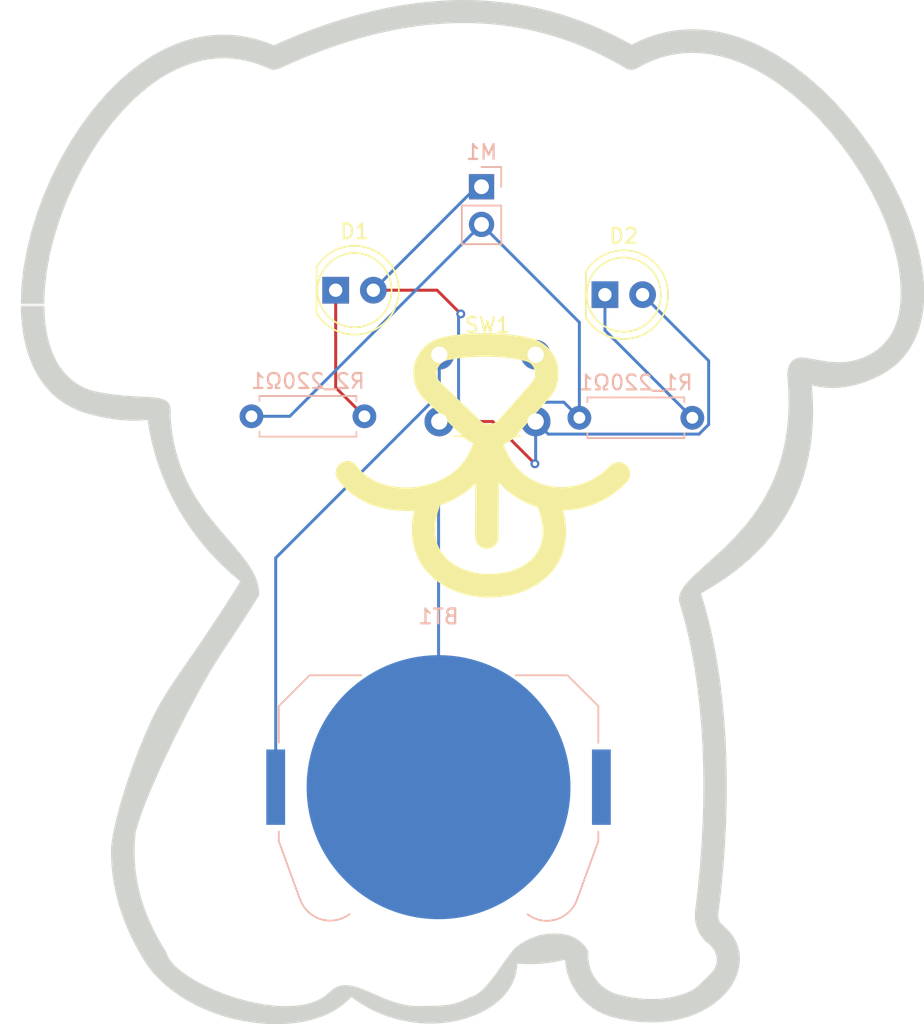
<source format=kicad_pcb>
(kicad_pcb (version 20240108) (generator "pcbnew") (generator_version "8.0")
  (layers (0 "F.Cu" signal) (31 "B.Cu" signal) (34 "B.Paste" user) (35 "F.Paste" user) (36 "B.SilkS" user "B.Silkscreen") (37 "F.SilkS" user "F.Silkscreen") (38 "B.Mask" user) (39 "F.Mask" user) (44 "Edge.Cuts" user))
  (net 0 "")
  (net 1 "Net-(BT1-+)")
  (net 2 "Net-(BT1--)")
  (net 3 "Net-(D1-A)")
  (net 4 "Net-(D1-K)")
  (net 5 "Net-(D2-K)")
  (footprint "LED_THT:LED_D5.0mm" (layer "F.Cu") (at 147.225 80.1)
    (property "Reference" "D2" (at 1.27 -3.96 0) (layer "F.SilkS"))
    (property "Value" "LED")
    (pad "1" thru_hole rect (at 0 0) (size 1.8 1.8) (drill 0.9) (layers "*.Cu" "*.Mask") (net 5 "Net-(D2-K)"))
    (pad "2" thru_hole circle (at 2.54 0) (size 1.8 1.8) (drill 0.9) (layers "*.Cu" "*.Mask") (net 3 "Net-(D1-A)"))
  )
  (footprint "LED_THT:LED_D5.0mm" (layer "F.Cu") (at 129.06 79.8)
    (property "Reference" "D1" (at 1.27 -3.96 0) (layer "F.SilkS"))
    (property "Value" "LED")
    (pad "1" thru_hole rect (at 0 0) (size 1.8 1.8) (drill 0.9) (layers "*.Cu" "*.Mask") (net 4 "Net-(D1-K)"))
    (pad "2" thru_hole circle (at 2.54 0) (size 1.8 1.8) (drill 0.9) (layers "*.Cu" "*.Mask") (net 3 "Net-(D1-A)"))
  )
  (footprint "Button_Switch_THT:SW_PUSH_6mm" (layer "F.Cu") (at 136.05 84.15)
    (property "Reference" "SW1" (at 3.25 -2 0) (layer "F.SilkS"))
    (property "Value" "SW_Push")
    (pad "1" thru_hole circle (at 0 0 90) (size 2 2) (drill 1.1) (layers "*.Cu" "*.Mask") (net 1 "Net-(BT1-+)"))
    (pad "1" thru_hole circle (at 6.5 0 90) (size 2 2) (drill 1.1) (layers "*.Cu" "*.Mask") (net 1 "Net-(BT1-+)"))
    (pad "2" thru_hole circle (at 0 4.5 90) (size 2 2) (drill 1.1) (layers "*.Cu" "*.Mask") (net 3 "Net-(D1-A)"))
    (pad "2" thru_hole circle (at 6.5 4.5 90) (size 2 2) (drill 1.1) (layers "*.Cu" "*.Mask") (net 3 "Net-(D1-A)"))
  )
  (footprint "Connector_PinHeader_2.54mm:PinHeader_1x02_P2.54mm_Vertical" (layer "B.Cu") (at 138.9 72.825 180)
    (property "Reference" "M1" (at 0 2.33 0) (layer "B.SilkS") (effects (justify mirror)))
    (property "Value" "Motor_DC")
    (pad "1" thru_hole rect (at 0 0 180) (size 1.7 1.7) (drill 1) (layers "*.Cu" "*.Mask") (net 3 "Net-(D1-A)"))
    (pad "2" thru_hole oval (at 0 -2.54 180) (size 1.7 1.7) (drill 1) (layers "*.Cu" "*.Mask") (net 2 "Net-(BT1--)"))
  )
  (footprint "Resistor_THT:R_Axial_DIN0207_L6.3mm_D2.5mm_P7.62mm_Horizontal" (layer "B.Cu") (at 131 88.3 180)
    (property "Reference" "R2_220Ω1" (at 3.81 2.37 0) (layer "B.SilkS") (effects (justify mirror)))
    (property "Value" "R")
    (pad "1" thru_hole circle (at 0 0 180) (size 1.6 1.6) (drill 0.8) (layers "*.Cu" "*.Mask") (net 4 "Net-(D1-K)"))
    (pad "2" thru_hole oval (at 7.62 0 180) (size 1.6 1.6) (drill 0.8) (layers "*.Cu" "*.Mask") (net 2 "Net-(BT1--)"))
  )
  (footprint "Battery:BatteryHolder_Keystone_3034_1x20mm" (layer "B.Cu") (at 136 113.3 180)
    (property "Reference" "BT1" (at 0 11.5 0) (layer "B.SilkS") (effects (justify mirror)))
    (property "Value" "Battery")
    (pad "1" smd rect (at -10.985 0 180) (size 1.27 5.08) (layers "B.Cu" "B.Paste" "B.Mask") (net 1 "Net-(BT1-+)"))
    (pad "1" smd rect (at 10.985 0 180) (size 1.27 5.08) (layers "B.Cu" "B.Paste" "B.Mask") (net 1 "Net-(BT1-+)"))
    (pad "2" smd circle (at 0 0 180) (size 17.8 17.8) (layers "B.Cu" "B.Mask") (net 2 "Net-(BT1--)"))
  )
  (footprint "Resistor_THT:R_Axial_DIN0207_L6.3mm_D2.5mm_P7.62mm_Horizontal" (layer "B.Cu") (at 153.12 88.4 180)
    (property "Reference" "R1_220Ω1" (at 3.81 2.37 0) (layer "B.SilkS") (effects (justify mirror)))
    (property "Value" "R")
    (pad "1" thru_hole circle (at 0 0 180) (size 1.6 1.6) (drill 0.8) (layers "*.Cu" "*.Mask") (net 5 "Net-(D2-K)"))
    (pad "2" thru_hole oval (at 7.62 0 180) (size 1.6 1.6) (drill 0.8) (layers "*.Cu" "*.Mask") (net 2 "Net-(BT1--)"))
  )
  (gr_poly (pts (xy 139.699925 82.702012) (xy 140.09574 82.721964) (xy 140.486251 82.75189) (xy 140.869386 82.791763) (xy 141.243074 82.841556) (xy 141.605244 82.901241) (xy 141.953825 82.970791) (xy 142.286746 83.050178) (xy 142.437515 83.094382) (xy 142.583828 83.147739) (xy 142.725374 83.209954) (xy 142.861838 83.280732) (xy 142.992907 83.359776) (xy 143.118268 83.446791) (xy 143.237606 83.541483) (xy 143.350609 83.643556) (xy 143.456963 83.752713) (xy 143.556355 83.86866) (xy 143.648471 83.991102) (xy 143.732997 84.119742) (xy 143.809621 84.254286) (xy 143.878028 84.394437) (xy 143.937906 84.539901) (xy 143.988941 84.690383) (xy 144.03143 84.847354) (xy 144.063609 85.0052) (xy 144.08556 85.163492) (xy 144.097364 85.321797) (xy 144.099103 85.479683) (xy 144.09086 85.63672) (xy 144.072715 85.792476) (xy 144.04475 85.946519) (xy 144.007048 86.098419) (xy 143.95969 86.247743) (xy 143.902758 86.39406) (xy 143.836333 86.536938) (xy 143.760497 86.675947) (xy 143.675333 86.810655) (xy 143.580921 86.94063) (xy 143.477344 87.065441) (xy 141.269767 89.564482) (xy 141.222609 89.616515) (xy 141.17418 89.666817) (xy 141.124515 89.715403) (xy 141.073651 89.762286) (xy 141.021625 89.80748) (xy 140.968473 89.850997) (xy 140.91423 89.892853) (xy 140.858934 89.93306) (xy 140.802621 89.971631) (xy 140.745326 90.008582) (xy 140.687087 90.043925) (xy 140.627939 90.077673) (xy 140.567919 90.109841) (xy 140.507064 90.140443) (xy 140.445408 90.169491) (xy 140.38299 90.196999) (xy 140.417096 90.255911) (xy 140.521012 90.522036) (xy 140.638318 90.77718) (xy 140.768598 91.020969) (xy 140.911433 91.253032) (xy 141.066405 91.472995) (xy 141.233096 91.680487) (xy 141.411087 91.875135) (xy 141.599961 92.056566) (xy 141.7993 92.224408) (xy 142.008685 92.378289) (xy 142.227698 92.517835) (xy 142.455921 92.642675) (xy 142.692937 92.752436) (xy 142.938327 92.846746) (xy 143.191672 92.925232) (xy 143.452556 92.987521) (xy 143.730298 93.034369) (xy 144.009458 93.062329) (xy 144.289126 93.071695) (xy 144.568394 93.062762) (xy 144.846354 93.035825) (xy 145.122097 92.99118) (xy 145.394715 92.929122) (xy 145.663299 92.849945) (xy 145.926941 92.753945) (xy 146.184733 92.641417) (xy 146.435766 92.512656) (xy 146.679132 92.367957) (xy 146.913922 92.207615) (xy 147.139227 92.031926) (xy 147.35414 91.841184) (xy 147.557752 91.635685) (xy 147.586518 91.606345) (xy 147.616378 91.578788) (xy 147.647263 91.553016) (xy 147.679106 91.529031) (xy 147.711836 91.506835) (xy 147.745386 91.486431) (xy 147.779686 91.467821) (xy 147.814668 91.451008) (xy 147.850264 91.435993) (xy 147.886404 91.422779) (xy 147.92302 91.411368) (xy 147.960043 91.401762) (xy 147.997404 91.393964) (xy 148.035035 91.387976) (xy 148.072868 91.3838) (xy 148.110832 91.381439) (xy 148.14886 91.380894) (xy 148.186883 91.382169) (xy 148.224832 91.385264) (xy 148.262639 91.390183) (xy 148.300234 91.396928) (xy 148.33755 91.405501) (xy 148.374517 91.415905) (xy 148.411066 91.428141) (xy 148.44713 91.442212) (xy 148.482638 91.45812) (xy 148.517524 91.475868) (xy 148.551717 91.495457) (xy 148.585149 91.51689) (xy 148.617752 91.54017) (xy 148.649457 91.565298) (xy 148.680194 91.592277) (xy 148.709534 91.62077) (xy 148.737092 91.650392) (xy 148.762864 91.681073) (xy 148.786849 91.712741) (xy 148.809045 91.745327) (xy 148.829449 91.77876) (xy 148.848059 91.81297) (xy 148.864872 91.847886) (xy 148.879887 91.883438) (xy 148.893101 91.919556) (xy 148.904512 91.956169) (xy 148.914118 91.993207) (xy 148.921916 92.030599) (xy 148.927904 92.068275) (xy 148.93208 92.106164) (xy 148.934441 92.144196) (xy 148.934986 92.182302) (xy 148.933711 92.220409) (xy 148.930616 92.258448) (xy 148.925696 92.296349) (xy 148.918951 92.334041) (xy 148.910378 92.371453) (xy 148.899975 92.408516) (xy 148.887738 92.445158) (xy 148.873667 92.48131) (xy 148.857759 92.5169) (xy 148.840011 92.551859) (xy 148.820422 92.586117) (xy 148.798989 92.619602) (xy 148.775709 92.652244) (xy 148.750581 92.683974) (xy 148.723602 92.71472) (xy 148.507432 92.936403) (xy 148.281401 93.145546) (xy 148.046115 93.341964) (xy 147.802177 93.525469) (xy 147.55019 93.695876) (xy 147.29076 93.852998) (xy 147.024491 93.996648) (xy 146.751986 94.126642) (xy 146.473849 94.242792) (xy 146.190686 94.344912) (xy 145.9031 94.432816) (xy 145.611695 94.506318) (xy 145.317075 94.565232) (xy 145.019845 94.609371) (xy 144.720609 94.638548) (xy 144.419971 94.652579) (xy 144.500611 95.008986) (xy 144.55886 95.359306) (xy 144.594782 95.703049) (xy 144.608439 96.039724) (xy 144.606939 96.205258) (xy 144.599896 96.368841) (xy 144.587319 96.530412) (xy 144.569216 96.68991) (xy 144.545594 96.847273) (xy 144.516462 97.002439) (xy 144.481827 97.155349) (xy 144.441698 97.305939) (xy 144.396082 97.454149) (xy 144.344988 97.599918) (xy 144.288422 97.743184) (xy 144.226394 97.883886) (xy 144.158911 98.021963) (xy 144.085981 98.157353) (xy 144.007612 98.289995) (xy 143.923812 98.419828) (xy 143.834588 98.54679) (xy 143.73995 98.67082) (xy 143.639904 98.791857) (xy 143.534459 98.909839) (xy 143.423623 99.024705) (xy 143.307403 99.136394) (xy 143.185808 99.244845) (xy 143.058845 99.349995) (xy 142.872887 99.491379) (xy 142.679291 99.623673) (xy 142.478557 99.746874) (xy 142.271184 99.860978) (xy 142.057671 99.965979) (xy 141.838519 100.061873) (xy 141.614225 100.148656) (xy 141.385291 100.226323) (xy 141.152214 100.29487) (xy 140.915494 100.354292) (xy 140.675631 100.404584) (xy 140.433125 100.445742) (xy 140.188473 100.477762) (xy 139.942177 100.500639) (xy 139.694735 100.514369) (xy 139.446646 100.518946) (xy 139.216454 100.51502) (xy 138.986582 100.503227) (xy 138.757419 100.483551) (xy 138.529357 100.455973) (xy 138.302785 100.420473) (xy 138.078094 100.377036) (xy 137.855675 100.325641) (xy 137.635916 100.26627) (xy 137.41921 100.198906) (xy 137.205946 100.12353) (xy 136.996514 100.040123) (xy 136.791305 99.948668) (xy 136.59071 99.849146) (xy 136.395118 99.741539) (xy 136.204919 99.625828) (xy 136.020505 99.501996) (xy 135.742233 99.290945) (xy 135.486544 99.065119) (xy 135.253564 98.825077) (xy 135.043422 98.571378) (xy 134.856243 98.30458) (xy 134.692155 98.025242) (xy 134.551286 97.733923) (xy 134.433763 97.43118) (xy 134.339711 97.117573) (xy 134.26926 96.79366) (xy 134.222536 96.459999) (xy 134.199665 96.11715) (xy 134.200382 95.890324) (xy 135.774432 95.890324) (xy 135.774625 96.02194) (xy 135.779861 96.151209) (xy 135.79013 96.278104) (xy 135.805427 96.4026) (xy 135.825744 96.524668) (xy 135.851073 96.644284) (xy 135.881407 96.761419) (xy 135.916739 96.876047) (xy 135.957061 96.988142) (xy 136.002366 97.097677) (xy 136.052647 97.204626) (xy 136.107895 97.30896) (xy 136.168105 97.410655) (xy 136.233268 97.509683) (xy 136.303377 97.606017) (xy 136.378425 97.699632) (xy 136.458404 97.790499) (xy 136.543308 97.878593) (xy 136.633127 97.963887) (xy 136.727856 98.046355) (xy 136.827487 98.125969) (xy 136.932013 98.202702) (xy 137.068236 98.293531) (xy 137.209804 98.378244) (xy 137.35634 98.456848) (xy 137.507466 98.52935) (xy 137.821979 98.656075) (xy 138.150322 98.758475) (xy 138.489474 98.836602) (xy 138.836415 98.890513) (xy 139.188125 98.920261) (xy 139.541583 98.925901) (xy 139.893768 98.907488) (xy 140.241661 98.865075) (xy 140.58224 98.798719) (xy 140.912485 98.708472) (xy 141.229375 98.594391) (xy 141.529891 98.456528) (xy 141.673064 98.378696) (xy 141.811011 98.294939) (xy 141.943354 98.205265) (xy 142.069715 98.109679) (xy 142.251971 97.951443) (xy 142.415043 97.782646) (xy 142.55893 97.603483) (xy 142.683632 97.414149) (xy 142.789149 97.214841) (xy 142.875481 97.005754) (xy 142.942628 96.787082) (xy 142.990591 96.559022) (xy 143.019368 96.321769) (xy 143.028961 96.075519) (xy 143.019369 95.820466) (xy 142.990592 95.556807) (xy 142.94263 95.284737) (xy 142.875482 95.004452) (xy 142.78915 94.716146) (xy 142.683633 94.420015) (xy 142.492743 94.360544) (xy 142.305015 94.294947) (xy 142.120557 94.223274) (xy 141.939478 94.145573) (xy 141.761889 94.061896) (xy 141.587896 93.972291) (xy 141.417611 93.87681) (xy 141.251141 93.775501) (xy 141.088595 93.668415) (xy 140.930083 93.555601) (xy 140.775713 93.43711) (xy 140.625595 93.312992) (xy 140.479838 93.183295) (xy 140.338549 93.04807) (xy 140.201839 92.907368) (xy 140.069817 92.761237) (xy 140.051214 96.438521) (xy 140.049905 96.479254) (xy 140.046592 96.519447) (xy 140.041323 96.55905) (xy 140.034148 96.598015) (xy 140.025115 96.636291) (xy 140.014274 96.673831) (xy 140.001673 96.710583) (xy 139.98736 96.746498) (xy 139.971385 96.781529) (xy 139.953797 96.815624) (xy 139.934644 96.848734) (xy 139.913975 96.880811) (xy 139.891839 96.911804) (xy 139.868285 96.941665) (xy 139.843362 96.970344) (xy 139.817118 96.997791) (xy 139.789603 97.023958) (xy 139.760864 97.048794) (xy 139.730951 97.07225) (xy 139.699914 97.094278) (xy 139.6678 97.114827) (xy 139.634658 97.133849) (xy 139.600537 97.151293) (xy 139.565487 97.167111) (xy 139.529555 97.181253) (xy 139.492791 97.193669) (xy 139.455244 97.204311) (xy 139.416962 97.213129) (xy 139.377994 97.220073) (xy 139.338389 97.225094) (xy 139.298196 97.228143) (xy 139.257464 97.229171) (xy 139.254362 97.229171) (xy 139.213349 97.227853) (xy 139.172894 97.224515) (xy 139.133046 97.219205) (xy 139.093854 97.211974) (xy 139.055369 97.202871) (xy 139.01764 97.191948) (xy 138.980716 97.179252) (xy 138.944646 97.164836) (xy 138.90948 97.148748) (xy 138.875267 97.131039) (xy 138.842056 97.111758) (xy 138.809898 97.090955) (xy 138.778841 97.068681) (xy 138.748935 97.044986) (xy 138.720229 97.019919) (xy 138.692772 96.99353) (xy 138.666615 96.965869) (xy 138.641805 96.936986) (xy 138.618394 96.906932) (xy 138.59643 96.875756) (xy 138.575962 96.843508) (xy 138.55704 96.810238) (xy 138.539714 96.775996) (xy 138.524032 96.740832) (xy 138.510044 96.704796) (xy 138.4978 96.667938) (xy 138.487349 96.630308) (xy 138.47874 96.591956) (xy 138.472023 96.552931) (xy 138.467247 96.513284) (xy 138.464462 96.473065) (xy 138.463716 96.432324) (xy 138.482321 92.848066) (xy 138.482319 92.848048) (xy 138.482318 92.84803) (xy 138.482317 92.848012) (xy 138.482316 92.847995) (xy 138.482314 92.847959) (xy 138.482313 92.847923) (xy 138.358889 92.968266) (xy 138.231649 93.08506) (xy 138.100629 93.198246) (xy 137.965866 93.307765) (xy 137.827396 93.413557) (xy 137.685256 93.515565) (xy 137.539483 93.613729) (xy 137.390112 93.707991) (xy 137.23718 93.798292) (xy 137.080725 93.884572) (xy 136.920781 93.966773) (xy 136.757387 94.044837) (xy 136.590578 94.118703) (xy 136.42039 94.188315) (xy 136.246861 94.253611) (xy 136.070027 94.314535) (xy 136.068083 94.331843) (xy 136.066685 94.348934) (xy 136.064215 94.38275) (xy 136.062489 94.399622) (xy 136.06136 94.40808) (xy 136.06 94.416566) (xy 136.058367 94.425088) (xy 136.056421 94.433655) (xy 136.05412 94.442277) (xy 136.051424 94.450963) (xy 136.000793 94.604579) (xy 135.955278 94.756116) (xy 135.914871 94.905545) (xy 135.879565 95.052841) (xy 135.849352 95.197978) (xy 135.824225 95.340927) (xy 135.804177 95.481663) (xy 135.789201 95.620159) (xy 135.779288 95.756388) (xy 135.774432 95.890324) (xy 134.200382 95.890324) (xy 134.200776 95.765671) (xy 134.225995 95.406121) (xy 134.27545 95.039057) (xy 134.349267 94.665039) (xy 134.349266 94.664991) (xy 134.349264 94.664943) (xy 134.349262 94.664895) (xy 134.349261 94.664871) (xy 134.349259 94.664847) (xy 134.206972 94.675165) (xy 134.135665 94.67918) (xy 134.064394 94.682286) (xy 133.993268 94.684375) (xy 133.922397 94.685338) (xy 133.85189 94.685066) (xy 133.781855 94.683449) (xy 133.424503 94.674413) (xy 133.072709 94.647495) (xy 132.727309 94.602981) (xy 132.389138 94.541157) (xy 132.059031 94.462311) (xy 131.737826 94.366727) (xy 131.426358 94.254693) (xy 131.125462 94.126495) (xy 130.835975 93.982418) (xy 130.558732 93.822749) (xy 130.29457 93.647775) (xy 130.044324 93.457782) (xy 129.80883 93.253056) (xy 129.696877 93.145257) (xy 129.588924 93.033882) (xy 129.485078 92.918968) (xy 129.385442 92.800549) (xy 129.290121 92.678661) (xy 129.19922 92.553341) (xy 129.176945 92.519245) (xy 129.15662 92.484436) (xy 129.138235 92.448983) (xy 129.121778 92.412955) (xy 129.107237 92.376421) (xy 129.094602 92.339449) (xy 129.083861 92.302107) (xy 129.075003 92.264466) (xy 129.068016 92.226592) (xy 129.062888 92.188556) (xy 129.05961 92.150425) (xy 129.058168 92.112269) (xy 129.058552 92.074155) (xy 129.060751 92.036154) (xy 129.064753 91.998333) (xy 129.070547 91.960761) (xy 129.078121 91.923507) (xy 129.087464 91.886639) (xy 129.098565 91.850227) (xy 129.111412 91.814338) (xy 129.125994 91.779043) (xy 129.1423 91.744408) (xy 129.160318 91.710504) (xy 129.180036 91.677399) (xy 129.201445 91.64516) (xy 129.224532 91.613858) (xy 129.249285 91.583561) (xy 129.275694 91.554338) (xy 129.303747 91.526256) (xy 129.333433 91.499386) (xy 129.36474 91.473795) (xy 129.397658 91.449552) (xy 129.431754 91.427277) (xy 129.466563 91.406953) (xy 129.502015 91.388568) (xy 129.538043 91.372111) (xy 129.574578 91.35757) (xy 129.61155 91.344935) (xy 129.648891 91.334194) (xy 129.686533 91.325336) (xy 129.724406 91.318348) (xy 129.762443 91.313221) (xy 129.800573 91.309942) (xy 129.83873 91.3085) (xy 129.876843 91.308884) (xy 129.914845 91.311083) (xy 129.952666 91.315084) (xy 129.990238 91.320878) (xy 130.027492 91.328452) (xy 130.064359 91.337795) (xy 130.100772 91.348895) (xy 130.13666 91.361742) (xy 130.171956 91.376324) (xy 130.20659 91.39263) (xy 130.240494 91.410648) (xy 130.2736 91.430367) (xy 130.305838 91.451775) (xy 130.33714 91.474862) (xy 130.367437 91.499616) (xy 130.396661 91.526025) (xy 130.424742 91.554078) (xy 130.451613 91.583764) (xy 130.477203 91.615072) (xy 130.501446 91.64799) (xy 130.65929 91.852748) (xy 130.837784 92.043503) (xy 131.035635 92.219841) (xy 131.251547 92.381349) (xy 131.484227 92.527614) (xy 131.732381 92.658223) (xy 131.994714 92.772762) (xy 132.269932 92.870818) (xy 132.55674 92.951978) (xy 132.853846 93.015828) (xy 133.159954 93.061956) (xy 133.47377 93.089948) (xy 133.794001 93.09939) (xy 134.119351 93.08987) (xy 134.448527 93.060974) (xy 134.780235 93.012289) (xy 135.107775 92.944756) (xy 135.423768 92.859913) (xy 135.727643 92.758255) (xy 136.018827 92.640278) (xy 136.296747 92.506475) (xy 136.560833 92.357343) (xy 136.810511 92.193377) (xy 137.04521 92.015072) (xy 137.156763 91.920697) (xy 137.264357 91.822923) (xy 137.36792 91.721812) (xy 137.46738 91.617426) (xy 137.562667 91.509826) (xy 137.653708 91.399075) (xy 137.740432 91.285234) (xy 137.822768 91.168366) (xy 137.900643 91.048531) (xy 137.973987 90.925793) (xy 138.042729 90.800214) (xy 138.106795 90.671853) (xy 138.166116 90.540775) (xy 138.220618 90.407041) (xy 138.270232 90.270712) (xy 138.314885 90.131851) (xy 138.233968 90.089961) (xy 138.154139 90.045565) (xy 138.114702 90.02237) (xy 138.075619 89.99848) (xy 138.036917 89.973873) (xy 137.998624 89.948525) (xy 137.960768 89.922414) (xy 137.923374 89.895518) (xy 137.886471 89.867813) (xy 137.850086 89.839277) (xy 137.814247 89.809887) (xy 137.778979 89.779621) (xy 137.744312 89.748455) (xy 137.710271 89.716367) (xy 135.059305 87.177004) (xy 134.940222 87.055454) (xy 134.830732 86.927182) (xy 134.73098 86.792731) (xy 134.641111 86.652647) (xy 134.56127 86.507475) (xy 134.491604 86.35776) (xy 134.432257 86.204047) (xy 134.383374 86.046882) (xy 134.345101 85.886808) (xy 134.317584 85.724372) (xy 134.300966 85.560119) (xy 134.296141 85.416761) (xy 135.883087 85.416761) (xy 135.88549 85.472501) (xy 135.891772 85.530712) (xy 135.902559 85.590956) (xy 135.918478 85.652799) (xy 135.940157 85.715805) (xy 135.953351 85.747607) (xy 135.968221 85.779537) (xy 135.984843 85.811539) (xy 136.003297 85.843559) (xy 136.023661 85.875543) (xy 136.046013 85.907436) (xy 136.070432 85.939184) (xy 136.096995 85.970731) (xy 136.125782 86.002025) (xy 136.15687 86.033009) (xy 138.80481 88.569195) (xy 138.83859 88.600218) (xy 138.873605 88.629316) (xy 138.909783 88.656451) (xy 138.947051 88.681588) (xy 138.985337 88.704691) (xy 139.024567 88.725723) (xy 139.064669 88.744647) (xy 139.10557 88.761427) (xy 139.147198 88.776028) (xy 139.18948 88.788412) (xy 139.232343 88.798543) (xy 139.275715 88.806386) (xy 139.319523 88.811903) (xy 139.363695 88.815058) (xy 139.408157 88.815815) (xy 139.452837 88.814138) (xy 139.49792 88.811272) (xy 139.54244 88.806181) (xy 139.586342 88.798891) (xy 139.629572 88.789431) (xy 139.672076 88.777826) (xy 139.713798 88.764105) (xy 139.754684 88.748295) (xy 139.79468 88.730423) (xy 139.833731 88.710515) (xy 139.871783 88.688601) (xy 139.908781 88.664706) (xy 139.944671 88.638858) (xy 139.979398 88.611084) (xy 140.012908 88.581412) (xy 140.045145 88.549868) (xy 140.076057 88.51648) (xy 142.283634 86.01744) (xy 142.321491 85.97227) (xy 142.355978 85.925218) (xy 142.387068 85.876441) (xy 142.414734 85.826091) (xy 142.438947 85.774324) (xy 142.459681 85.721294) (xy 142.476909 85.667155) (xy 142.490603 85.612062) (xy 142.500736 85.556169) (xy 142.507281 85.499632) (xy 142.51021 85.442603) (xy 142.509498 85.385239) (xy 142.505115 85.327692) (xy 142.497035 85.270119) (xy 142.48523 85.212672) (xy 142.469674 85.155508) (xy 142.460912 85.128323) (xy 142.449584 85.097173) (xy 142.435449 85.062671) (xy 142.418267 85.02543) (xy 142.397796 84.986064) (xy 142.373797 84.945184) (xy 142.346028 84.903406) (xy 142.314249 84.861341) (xy 142.278219 84.819603) (xy 142.237697 84.778806) (xy 142.215677 84.758951) (xy 142.192443 84.739562) (xy 142.167966 84.720714) (xy 142.142215 84.702484) (xy 142.115161 84.68495) (xy 142.086774 84.668187) (xy 142.057022 84.652272) (xy 142.025877 84.637282) (xy 141.993309 84.623293) (xy 141.959286 84.610383) (xy 141.923779 84.598628) (xy 141.886758 84.588104) (xy 141.599326 84.519654) (xy 141.296497 84.459665) (xy 140.980315 84.408169) (xy 140.652823 84.365199) (xy 140.316066 84.330786) (xy 139.972087 84.304962) (xy 139.622931 84.287758) (xy 139.27064 84.279207) (xy 138.917259 84.27934) (xy 138.564832 84.288188) (xy 138.215402 84.305784) (xy 137.871014 84.33216) (xy 137.533711 84.367346) (xy 137.205537 84.411376) (xy 136.888535 84.46428) (xy 136.58475 84.526091) (xy 136.524055 84.541916) (xy 136.4653 84.561411) (xy 136.408606 84.584466) (xy 136.354096 84.610973) (xy 136.301894 84.640823) (xy 136.252122 84.673906) (xy 136.204902 84.710114) (xy 136.160357 84.749337) (xy 136.11861 84.791468) (xy 136.079784 84.836396) (xy 136.044001 84.884013) (xy 136.011383 84.934209) (xy 135.982053 84.986877) (xy 135.956135 85.041906) (xy 135.933751 85.099189) (xy 135.915022 85.158615) (xy 135.899727 85.227225) (xy 135.892883 85.268724) (xy 135.88741 85.314437) (xy 135.883936 85.363928) (xy 135.883087 85.416761) (xy 134.296141 85.416761) (xy 134.295395 85.394593) (xy 134.301014 85.228339) (xy 134.31797 85.061904) (xy 134.346408 84.895831) (xy 134.386472 84.730666) (xy 134.438327 84.567524) (xy 134.500606 84.409708) (xy 134.572903 84.257604) (xy 134.654815 84.111598) (xy 134.745938 83.972076) (xy 134.845867 83.839425) (xy 134.954198 83.71403) (xy 135.070527 83.596279) (xy 135.19445 83.486556) (xy 135.325563 83.38525) (xy 135.463462 83.292745) (xy 135.607742 83.209428) (xy 135.757999 83.135686) (xy 135.913829 83.071904) (xy 136.074828 83.018468) (xy 136.240592 82.975766) (xy 136.590954 82.904727) (xy 136.95465 82.843906) (xy 137.32961 82.793278) (xy 137.713762 82.752814) (xy 138.105036 82.722488) (xy 138.50136 82.702271) (xy 138.900664 82.692138) (xy 139.300876 82.692061)) (stroke (width -0.000001)) (fill solid) (layer "F.SilkS"))
  (gr_poly (pts (xy 138.39304 60.248041) (xy 139.140754 60.282114) (xy 139.883103 60.339821) (xy 140.620044 60.421163) (xy 141.351539 60.526138) (xy 142.077546 60.654746) (xy 142.798025 60.806987) (xy 143.512936 60.982859) (xy 144.222238 61.182363) (xy 144.92589 61.405498) (xy 145.623852 61.652263) (xy 146.316084 61.922657) (xy 147.002546 62.216681) (xy 147.683196 62.534333) (xy 148.357994 62.875613) (xy 149.0269 63.240521) (xy 149.594708 62.963795) (xy 150.17103 62.73006) (xy 150.755381 62.539289) (xy 151.347277 62.391456) (xy 151.946231 62.286532) (xy 152.55176 62.224493) (xy 153.163379 62.205309) (xy 153.780602 62.228955) (xy 154.402944 62.295404) (xy 155.029922 62.404629) (xy 155.661049 62.556602) (xy 156.295841 62.751297) (xy 156.933812 62.988687) (xy 157.574479 63.268744) (xy 158.217356 63.591443) (xy 158.861958 63.956755) (xy 159.883712 64.625088) (xy 160.878854 65.386565) (xy 161.841567 66.231493) (xy 162.766035 67.150178) (xy 163.64644 68.132928) (xy 164.476965 69.170049) (xy 165.251792 70.251848) (xy 165.965105 71.368632) (xy 166.611086 72.510707) (xy 167.183919 73.66838) (xy 167.677786 74.831959) (xy 168.08687 75.991749) (xy 168.405353 77.138057) (xy 168.62742 78.261192) (xy 168.747252 79.351458) (xy 168.767012 79.881236) (xy 168.759032 80.399163) (xy 168.727377 80.856283) (xy 168.7031 81.078816) (xy 168.673217 81.297284) (xy 168.63775 81.511654) (xy 168.59672 81.721889) (xy 168.550148 81.927957) (xy 168.498054 82.129821) (xy 168.440461 82.327448) (xy 168.377388 82.520803) (xy 168.308856 82.70985) (xy 168.234888 82.894557) (xy 168.155503 83.074887) (xy 168.070723 83.250806) (xy 167.980568 83.422281) (xy 167.885061 83.589275) (xy 167.784221 83.751754) (xy 167.67807 83.909685) (xy 167.566629 84.063031) (xy 167.449918 84.211759) (xy 167.32796 84.355834) (xy 167.200774 84.495221) (xy 167.068382 84.629886) (xy 166.930804 84.759794) (xy 166.788063 84.88491) (xy 166.640178 85.0052) (xy 166.487171 85.120629) (xy 166.329063 85.231162) (xy 166.165875 85.336766) (xy 165.997627 85.437404) (xy 165.824341 85.533043) (xy 165.646039 85.623648) (xy 165.3522 85.760527) (xy 165.060215 85.883979) (xy 164.770121 85.994023) (xy 164.481953 86.090677) (xy 164.195748 86.17396) (xy 163.911541 86.24389) (xy 163.62937 86.300485) (xy 163.34927 86.343762) (xy 163.071278 86.373741) (xy 162.79543 86.39044) (xy 162.521762 86.393876) (xy 162.250311 86.384068) (xy 161.981113 86.361035) (xy 161.714204 86.324794) (xy 161.44962 86.275363) (xy 161.187397 86.212762) (xy 161.232321 86.796314) (xy 161.25949 87.370275) (xy 161.268884 87.93467) (xy 161.260481 88.48952) (xy 161.234261 89.034848) (xy 161.190203 89.570678) (xy 161.128285 90.097031) (xy 161.048488 90.613931) (xy 160.95079 91.121401) (xy 160.83517 91.619463) (xy 160.701607 92.108141) (xy 160.550081 92.587456) (xy 160.38057 93.057433) (xy 160.193053 93.518093) (xy 159.987511 93.969459) (xy 159.763921 94.411555) (xy 159.522262 94.844404) (xy 159.262515 95.268027) (xy 158.984658 95.682448) (xy 158.68867 96.08769) (xy 158.37453 96.483775) (xy 158.042217 96.870727) (xy 157.691711 97.248567) (xy 157.32299 97.61732) (xy 156.936033 97.977007) (xy 156.53082 98.327652) (xy 156.10733 98.669278) (xy 155.665542 99.001906) (xy 155.205435 99.325561) (xy 154.726988 99.640264) (xy 154.230179 99.94604) (xy 153.714989 100.242909) (xy 154.034493 101.32374) (xy 154.321989 102.452817) (xy 154.577301 103.627379) (xy 154.80025 104.844665) (xy 154.990661 106.101914) (xy 155.148356 107.396365) (xy 155.273158 108.725258) (xy 155.364891 110.085831) (xy 155.423377 111.475323) (xy 155.44844 112.890973) (xy 155.439901 114.33002) (xy 155.397586 115.789704) (xy 155.321315 117.267263) (xy 155.210913 118.759936) (xy 155.066203 120.264962) (xy 154.887007 121.77958) (xy 154.88053 121.84085) (xy 154.877336 121.901303) (xy 154.877367 121.960774) (xy 154.880564 122.019101) (xy 154.886867 122.07612) (xy 154.896218 122.131668) (xy 154.908557 122.18558) (xy 154.923826 122.237694) (xy 154.941965 122.287846) (xy 154.962916 122.335872) (xy 154.986619 122.381608) (xy 155.013016 122.424892) (xy 155.042047 122.46556) (xy 155.057532 122.484861) (xy 155.073653 122.503447) (xy 155.090404 122.521298) (xy 155.107776 122.538392) (xy 155.125763 122.554709) (xy 155.144356 122.570229) (xy 155.358962 122.753252) (xy 155.552674 122.947135) (xy 155.72531 123.151036) (xy 155.87669 123.364117) (xy 155.944351 123.473837) (xy 156.00663 123.585537) (xy 156.063505 123.699111) (xy 156.114951 123.814455) (xy 156.160947 123.931464) (xy 156.20147 124.050032) (xy 156.236497 124.170055) (xy 156.266006 124.291428) (xy 156.289974 124.414045) (xy 156.308377 124.537802) (xy 156.321194 124.662593) (xy 156.328402 124.788314) (xy 156.329978 124.914859) (xy 156.325899 125.042124) (xy 156.300687 125.298392) (xy 156.252584 125.556277) (xy 156.181409 125.81494) (xy 156.08698 126.073541) (xy 155.969115 126.331239) (xy 155.916758 126.430722) (xy 155.860897 126.529156) (xy 155.801585 126.626507) (xy 155.738877 126.722746) (xy 155.672828 126.817838) (xy 155.603492 126.911755) (xy 155.530923 127.004462) (xy 155.455175 127.095929) (xy 155.376303 127.186124) (xy 155.294361 127.275016) (xy 155.209403 127.362572) (xy 155.121485 127.448761) (xy 155.030659 127.533552) (xy 154.936981 127.616912) (xy 154.840504 127.69881) (xy 154.741284 127.779214) (xy 154.734376 127.785097) (xy 154.727586 127.791097) (xy 154.714251 127.803343) (xy 154.687797 127.828051) (xy 154.674243 127.840077) (xy 154.667289 127.845913) (xy 154.66018 127.851594) (xy 154.65289 127.857094) (xy 154.645391 127.862385) (xy 154.637656 127.86744) (xy 154.629658 127.872231) (xy 154.429377 128.014968) (xy 154.219338 128.151097) (xy 153.999744 128.280259) (xy 153.770793 128.402094) (xy 153.532685 128.516244) (xy 153.28562 128.622351) (xy 153.029799 128.720055) (xy 152.765421 128.808998) (xy 152.492687 128.888821) (xy 152.211796 128.959165) (xy 151.922948 129.019671) (xy 151.626343 129.069981) (xy 151.322182 129.109735) (xy 151.010663 129.138575) (xy 150.691988 129.156142) (xy 150.366356 129.162078) (xy 150.051865 129.156785) (xy 149.731745 129.140664) (xy 149.406178 129.113351) (xy 149.075343 129.074484) (xy 148.739423 129.023699) (xy 148.398596 128.960633) (xy 148.053045 128.884922) (xy 147.70295 128.796204) (xy 147.534858 128.747431) (xy 147.370158 128.692488) (xy 147.208954 128.631528) (xy 147.051353 128.564703) (xy 146.747371 128.414073) (xy 146.459049 128.241819) (xy 146.187222 128.049163) (xy 145.932725 127.837326) (xy 145.696396 127.607532) (xy 145.479069 127.361001) (xy 145.281581 127.098956) (xy 145.104767 126.822618) (xy 144.949463 126.533209) (xy 144.816505 126.231952) (xy 144.706729 125.920068) (xy 144.620971 125.598779) (xy 144.560066 125.269307) (xy 144.524851 124.932874) (xy 144.25659 124.999966) (xy 143.979789 125.059175) (xy 143.69463 125.110172) (xy 143.401294 125.15263) (xy 143.099962 125.186223) (xy 142.790815 125.210622) (xy 142.474035 125.225502) (xy 142.149802 125.230534) (xy 141.944042 125.22879) (xy 141.736256 125.223557) (xy 141.526728 125.214836) (xy 141.315745 125.202628) (xy 141.305308 125.378133) (xy 141.285621 125.552226) (xy 141.256661 125.724728) (xy 141.218405 125.895464) (xy 141.170829 126.064256) (xy 141.113912 126.230927) (xy 141.047631 126.395299) (xy 140.971961 126.557196) (xy 140.886881 126.716441) (xy 140.792368 126.872856) (xy 140.688398 127.026265) (xy 140.574949 127.17649) (xy 140.451997 127.323354) (xy 140.319521 127.46668) (xy 140.177497 127.60629) (xy 140.025901 127.742009) (xy 139.809168 127.917189) (xy 139.580279 128.082186) (xy 139.339869 128.236847) (xy 139.088577 128.381016) (xy 138.827036 128.514539) (xy 138.555883 128.637261) (xy 138.275755 128.749029) (xy 137.987287 128.849688) (xy 137.691115 128.939082) (xy 137.387876 129.017059) (xy 137.078205 129.083463) (xy 136.762739 129.13814) (xy 136.442113 129.180935) (xy 136.116963 129.211694) (xy 135.787926 129.230263) (xy 135.455637 129.236487) (xy 135.112601 129.229885) (xy 134.767635 129.209976) (xy 134.421425 129.176605) (xy 134.074658 129.129617) (xy 133.728019 129.068859) (xy 133.382194 128.994175) (xy 133.037868 128.905411) (xy 132.695726 128.802414) (xy 132.356455 128.685027) (xy 132.020741 128.553096) (xy 131.689268 128.406468) (xy 131.362723 128.244987) (xy 131.04179 128.0685) (xy 130.727157 127.876851) (xy 130.419508 127.669885) (xy 130.119529 127.447449) (xy 129.993599 127.5813) (xy 129.861149 127.710711) (xy 129.722205 127.835607) (xy 129.576787 127.95591) (xy 129.424919 128.071543) (xy 129.266624 128.182429) (xy 129.101925 128.288491) (xy 128.930845 128.389652) (xy 128.753405 128.485835) (xy 128.56963 128.576962) (xy 128.379542 128.662957) (xy 128.183164 128.743743) (xy 127.980518 128.819241) (xy 127.771628 128.889377) (xy 127.556515 128.954071) (xy 127.335205 129.013247) (xy 127.069905 129.074423) (xy 126.79759 129.127677) (xy 126.518806 129.172939) (xy 126.234099 129.210134) (xy 125.944016 129.239191) (xy 125.649102 129.260036) (xy 125.349905 129.272596) (xy 125.04697 129.276799) (xy 124.459803 129.261697) (xy 123.863187 129.216302) (xy 123.260391 129.140476) (xy 122.654687 129.034083) (xy 122.049346 128.896988) (xy 121.447636 128.729053) (xy 120.85283 128.530143) (xy 120.268197 128.30012) (xy 119.697007 128.038849) (xy 119.142532 127.746194) (xy 118.608042 127.422018) (xy 118.096807 127.066185) (xy 117.612098 126.678558) (xy 117.380712 126.472779) (xy 117.157184 126.259001) (xy 116.941923 126.037206) (xy 116.735338 125.807378) (xy 116.537836 125.569499) (xy 116.349828 125.323552) (xy 116.021812 124.796064) (xy 115.719883 124.272696) (xy 115.44346 123.753361) (xy 115.191963 123.237974) (xy 114.964809 122.72645) (xy 114.761418 122.218704) (xy 114.581208 121.71465) (xy 114.423598 121.214203) (xy 114.288006 120.717278) (xy 114.173853 120.223789) (xy 114.080555 119.73365) (xy 114.007532 119.246778) (xy 113.954204 118.763086) (xy 113.919987 118.282488) (xy 113.904302 117.804901) (xy 113.906567 117.330237) (xy 113.966133 116.877794) (xy 114.049128 116.395305) (xy 114.15362 115.887001) (xy 114.277675 115.357118) (xy 114.57674 114.249547) (xy 114.93086 113.106461) (xy 115.324569 111.961728) (xy 115.742401 110.849217) (xy 116.168891 109.802798) (xy 116.588573 108.856339) (xy 116.758279 108.504061) (xy 116.937717 108.155585) (xy 117.126016 107.810584) (xy 117.322304 107.468728) (xy 117.735362 106.79314) (xy 118.169919 106.126195) (xy 119.983715 103.492327) (xy 120.654022 102.490158) (xy 121.323161 101.476955) (xy 121.980677 100.45677) (xy 122.301808 99.945327) (xy 122.616113 99.433657) (xy 122.001099 98.91489) (xy 121.412304 98.370847) (xy 120.850513 97.802321) (xy 120.316512 97.210107) (xy 119.811088 96.594995) (xy 119.335026 95.957781) (xy 118.889112 95.299256) (xy 118.474132 94.620213) (xy 118.090872 93.921447) (xy 117.740118 93.203748) (xy 117.422655 92.467911) (xy 117.139271 91.714729) (xy 116.89075 90.944994) (xy 116.677879 90.1595) (xy 116.501444 89.359038) (xy 116.36223 88.544404) (xy 116.153187 88.564894) (xy 115.943266 88.58277) (xy 115.837342 88.58991) (xy 115.730437 88.595415) (xy 115.622298 88.598957) (xy 115.51267 88.600211) (xy 115.145132 88.592956) (xy 114.770394 88.57124) (xy 114.388531 88.535135) (xy 113.999614 88.484714) (xy 113.603717 88.42005) (xy 113.200914 88.341215) (xy 112.791276 88.248283) (xy 112.374877 88.141326) (xy 111.954595 88.010814) (xy 111.553147 87.854337) (xy 111.170766 87.672163) (xy 110.807683 87.464561) (xy 110.464129 87.231797) (xy 110.140336 86.97414) (xy 109.836537 86.691858) (xy 109.552962 86.385218) (xy 109.289844 86.054488) (xy 109.047414 85.699937) (xy 108.825903 85.321832) (xy 108.625544 84.92044) (xy 108.446569 84.496031) (xy 108.289208 84.048871) (xy 108.153694 83.579229) (xy 108.040258 83.087372) (xy 107.945132 82.545695) (xy 107.876266 81.988951) (xy 107.833124 81.418478) (xy 107.815167 80.9) (xy 107.817961 80.846363) (xy 109.404995 80.846363) (xy 109.454783 81.788212) (xy 109.515155 82.288851) (xy 109.599886 82.774221) (xy 109.687148 83.155619) (xy 109.789627 83.518428) (xy 109.907278 83.862587) (xy 110.040055 84.188039) (xy 110.187913 84.494723) (xy 110.267483 84.641009) (xy 110.350805 84.782582) (xy 110.437875 84.919433) (xy 110.528687 85.051555) (xy 110.623234 85.178942) (xy 110.721512 85.301585) (xy 110.823514 85.419477) (xy 110.929234 85.532611) (xy 111.038668 85.640979) (xy 111.151809 85.744575) (xy 111.268651 85.84339) (xy 111.38919 85.937417) (xy 111.513418 86.02665) (xy 111.641331 86.111079) (xy 111.772923 86.190699) (xy 111.908188 86.265502) (xy 112.04712 86.335481) (xy 112.189714 86.400627) (xy 112.335963 86.460934) (xy 112.485863 86.516394) (xy 112.639407 86.567) (xy 112.79659 86.612744) (xy 113.145192 86.678267) (xy 113.480496 86.734801) (xy 113.802616 86.783148) (xy 114.111666 86.824108) (xy 114.407762 86.858482) (xy 114.691015 86.887073) (xy 115.219455 86.930107) (xy 115.697897 86.95962) (xy 116.127254 86.982021) (xy 116.508438 87.00372) (xy 116.842362 87.031127) (xy 116.991886 87.048974) (xy 117.129938 87.070652) (xy 117.25663 87.096962) (xy 117.372078 87.128705) (xy 117.476395 87.166682) (xy 117.569695 87.211695) (xy 117.652092 87.264545) (xy 117.7237 87.326033) (xy 117.755495 87.360266) (xy 117.784634 87.39696) (xy 117.811134 87.436213) (xy 117.835007 87.478127) (xy 117.874934 87.570336) (xy 117.904528 87.674388) (xy 117.923903 87.791085) (xy 117.933174 87.921226) (xy 117.932454 88.065615) (xy 117.921858 88.225051) (xy 117.969913 88.87021) (xy 118.047636 89.486667) (xy 118.152956 90.075577) (xy 118.283798 90.638096) (xy 118.438093 91.175382) (xy 118.613766 91.688592) (xy 118.808747 92.178881) (xy 119.020962 92.647406) (xy 119.248339 93.095324) (xy 119.488807 93.523791) (xy 119.740293 93.933965) (xy 120.000724 94.327001) (xy 120.268029 94.704057) (xy 120.540135 95.066288) (xy 121.090462 95.750905) (xy 122.157552 96.993139) (xy 122.641158 97.569262) (xy 123.069368 98.127726) (xy 123.257519 98.403228) (xy 123.425604 98.677784) (xy 123.571551 98.952552) (xy 123.693288 99.228688) (xy 123.788742 99.507349) (xy 123.855842 99.789692) (xy 123.892514 100.076872) (xy 123.896687 100.370047) (xy 123.265405 101.38371) (xy 122.617709 102.390874) (xy 121.960704 103.388727) (xy 121.301499 104.374455) (xy 120.659993 105.399912) (xy 119.888679 106.750873) (xy 119.041784 108.331562) (xy 118.173536 110.046203) (xy 117.338163 111.799018) (xy 116.589894 113.494232) (xy 116.265369 114.290308) (xy 115.982956 115.036067) (xy 115.749433 115.719538) (xy 115.571578 116.328748) (xy 115.52645 116.811183) (xy 115.501201 117.296177) (xy 115.496572 117.783873) (xy 115.5133 118.274415) (xy 115.552126 118.767947) (xy 115.613788 119.264612) (xy 115.699025 119.764554) (xy 115.808576 120.267917) (xy 115.94318 120.774845) (xy 116.103576 121.285482) (xy 116.290503 121.79997) (xy 116.5047 122.318456) (xy 116.746907 122.841081) (xy 117.017862 123.367989) (xy 117.318303 123.899325) (xy 117.648971 124.435233) (xy 117.708905 124.630581) (xy 117.811099 124.831338) (xy 117.953161 125.036239) (xy 118.132696 125.244021) (xy 118.34731 125.453419) (xy 118.59461 125.663168) (xy 119.177691 126.078663) (xy 119.862789 126.480392) (xy 120.630753 126.85824) (xy 121.462432 127.202092) (xy 122.338676 127.501834) (xy 123.240335 127.74735) (xy 124.148257 127.928526) (xy 125.043292 128.035246) (xy 125.479992 128.057525) (xy 125.906289 128.057397) (xy 126.31979 128.033598) (xy 126.718099 127.984863) (xy 127.098824 127.909928) (xy 127.45957 127.807529) (xy 127.797944 127.676402) (xy 128.111552 127.515281) (xy 128.398 127.322904) (xy 128.654894 127.098004) (xy 128.792516 126.972857) (xy 128.93285 126.869501) (xy 129.075965 126.786757) (xy 129.221928 126.723445) (xy 129.370806 126.678387) (xy 129.522667 126.650404) (xy 129.677578 126.638317) (xy 129.835606 126.640946) (xy 129.996819 126.657112) (xy 130.161284 126.685637) (xy 130.500241 126.775046) (xy 130.853014 126.89974) (xy 131.220144 127.050287) (xy 131.999629 127.391209) (xy 132.413062 127.562719) (xy 132.843008 127.722353) (xy 133.290005 127.860678) (xy 133.520067 127.918901) (xy 133.754593 127.96826) (xy 133.993652 128.007576) (xy 134.23731 128.035669) (xy 134.485636 128.051361) (xy 134.738697 128.053471) (xy 135.668659 128.033207) (xy 136.091475 128.016443) (xy 136.295674 128.002029) (xy 136.496336 127.981929) (xy 136.694413 127.954892) (xy 136.890857 127.919669) (xy 137.08662 127.87501) (xy 137.282654 127.819667) (xy 137.479912 127.752389) (xy 137.679344 127.671927) (xy 137.881904 127.577031) (xy 138.088542 127.466452) (xy 138.20374 127.436295) (xy 138.318445 127.393477) (xy 138.432611 127.338763) (xy 138.546194 127.272921) (xy 138.659146 127.196715) (xy 138.771422 127.110913) (xy 138.882975 127.016279) (xy 138.993761 126.913581) (xy 139.212845 126.687053) (xy 139.428305 126.437459) (xy 139.639775 126.170926) (xy 139.846886 125.893582) (xy 140.624402 124.79867) (xy 140.804212 124.5592) (xy 140.977458 124.345689) (xy 141.143774 124.164266) (xy 141.224219 124.087503) (xy 141.302793 124.02106) (xy 141.48625 123.885253) (xy 141.676041 123.760996) (xy 141.87152 123.648306) (xy 142.072041 123.547203) (xy 142.276959 123.457706) (xy 142.485627 123.379833) (xy 142.6974 123.313604) (xy 142.911631 123.259036) (xy 143.127675 123.21615) (xy 143.344885 123.184964) (xy 143.562616 123.165497) (xy 143.780221 123.157768) (xy 143.997055 123.161795) (xy 144.212472 123.177598) (xy 144.425826 123.205196) (xy 144.636471 123.244607) (xy 144.749797 123.272245) (xy 144.861626 123.305734) (xy 144.971683 123.345062) (xy 145.079691 123.390217) (xy 145.185374 123.441189) (xy 145.288455 123.497965) (xy 145.388659 123.560536) (xy 145.48571 123.628889) (xy 145.579331 123.703013) (xy 145.669247 123.782896) (xy 145.75518 123.868529) (xy 145.836856 123.959898) (xy 145.913997 124.056993) (xy 145.986328 124.159803) (xy 146.053572 124.268316) (xy 146.115454 124.382521) (xy 146.105798 124.506296) (xy 146.101768 124.629296) (xy 146.103268 124.751383) (xy 146.110202 124.872417) (xy 146.122473 124.99226) (xy 146.139984 125.110771) (xy 146.162639 125.227813) (xy 146.190342 125.343245) (xy 146.222995 125.45693) (xy 146.260503 125.568726) (xy 146.302768 125.678497) (xy 146.349695 125.786102) (xy 146.401186 125.891402) (xy 146.457145 125.994258) (xy 146.517477 126.094531) (xy 146.582083 126.192082) (xy 146.650868 126.286772) (xy 146.723734 126.378461) (xy 146.800587 126.467011) (xy 146.881328 126.552283) (xy 146.965862 126.634136) (xy 147.054092 126.712433) (xy 147.145921 126.787034) (xy 147.241253 126.8578) (xy 147.339991 126.924591) (xy 147.442039 126.98727) (xy 147.547301 127.045695) (xy 147.655679 127.09973) (xy 147.767077 127.149233) (xy 147.881399 127.194067) (xy 147.998548 127.234091) (xy 148.118428 127.269168) (xy 148.431745 127.348347) (xy 148.736019 127.414317) (xy 149.033479 127.467854) (xy 149.326354 127.509731) (xy 149.616872 127.540723) (xy 149.907263 127.561603) (xy 150.199756 127.573146) (xy 150.496579 127.576127) (xy 150.694994 127.571983) (xy 150.893431 127.561035) (xy 151.091605 127.543457) (xy 151.289232 127.519423) (xy 151.486027 127.489105) (xy 151.681705 127.452677) (xy 151.875982 127.410313) (xy 152.068573 127.362185) (xy 152.229495 127.317975) (xy 152.390103 127.270276) (xy 152.549603 127.218234) (xy 152.707198 127.160995) (xy 152.785032 127.13016) (xy 152.862092 127.097705) (xy 152.938277 127.063524) (xy 153.013489 127.02751) (xy 153.087627 126.989556) (xy 153.160593 126.949556) (xy 153.232286 126.907402) (xy 153.302607 126.862988) (xy 153.953217 126.267132) (xy 154.111711 126.114011) (xy 154.189123 126.036019) (xy 154.26502 125.956876) (xy 154.33918 125.876436) (xy 154.411385 125.794551) (xy 154.481414 125.711074) (xy 154.549046 125.625859) (xy 154.598595 125.554143) (xy 154.643931 125.472654) (xy 154.683843 125.382314) (xy 154.71712 125.284043) (xy 154.742552 125.178761) (xy 154.758929 125.06739) (xy 154.765041 124.95085) (xy 154.763868 124.890929) (xy 154.759676 124.830062) (xy 154.752312 124.768363) (xy 154.741625 124.705947) (xy 154.727464 124.642929) (xy 154.709677 124.579425) (xy 154.688113 124.515549) (xy 154.662622 124.451417) (xy 154.633051 124.387143) (xy 154.599249 124.322844) (xy 154.561065 124.258633) (xy 154.518348 124.194626) (xy 154.470946 124.130939) (xy 154.418709 124.067685) (xy 154.361484 124.004981) (xy 154.299121 123.942941) (xy 154.231468 123.881681) (xy 154.158373 123.821315) (xy 154.041327 123.721646) (xy 153.932134 123.614745) (xy 153.830943 123.501013) (xy 153.737905 123.380848) (xy 153.65317 123.254652) (xy 153.576886 123.122823) (xy 153.509205 122.985761) (xy 153.450277 122.843866) (xy 153.40025 122.697538) (xy 153.359275 122.547177) (xy 153.327502 122.393182) (xy 153.305081 122.235954) (xy 153.292161 122.075891) (xy 153.288893 121.913394) (xy 153.295426 121.748862) (xy 153.311911 121.582696) (xy 153.484089 120.132808) (xy 153.624011 118.692653) (xy 153.731831 117.264792) (xy 153.807703 115.851782) (xy 153.851783 114.456182) (xy 153.864225 113.080552) (xy 153.845182 111.72745) (xy 153.79481 110.399434) (xy 153.713264 109.099064) (xy 153.600696 107.828899) (xy 153.457263 106.591498) (xy 153.283119 105.389418) (xy 153.078417 104.22522) (xy 152.843313 103.101461) (xy 152.577961 102.020701) (xy 152.282515 100.985499) (xy 152.22232 100.754168) (xy 152.218632 100.524273) (xy 152.267646 100.294037) (xy 152.36556 100.061681) (xy 152.508569 99.825427) (xy 152.69287 99.583498) (xy 153.170128 99.0755) (xy 154.452766 97.913163) (xy 155.197282 97.230375) (xy 155.970022 96.460876) (xy 156.740553 95.590441) (xy 157.11548 95.112928) (xy 157.478444 94.604847) (xy 157.825639 94.06442) (xy 158.153263 93.489869) (xy 158.457511 92.879415) (xy 158.734579 92.231282) (xy 158.980664 91.543691) (xy 159.191961 90.814863) (xy 159.364666 90.043022) (xy 159.494976 89.226388) (xy 159.579087 88.363184) (xy 159.613194 87.451632) (xy 159.593494 86.489954) (xy 159.516182 85.476372) (xy 159.520915 85.370926) (xy 159.532893 85.262929) (xy 159.5526 85.153926) (xy 159.580517 85.045461) (xy 159.617128 84.939076) (xy 159.638844 84.887147) (xy 159.662915 84.836317) (xy 159.6894 84.786779) (xy 159.71836 84.738727) (xy 159.749855 84.692352) (xy 159.783946 84.647849) (xy 159.820693 84.60541) (xy 159.860156 84.565228) (xy 159.902395 84.527497) (xy 159.947472 84.492408) (xy 159.995445 84.460156) (xy 160.046376 84.430933) (xy 160.100325 84.404931) (xy 160.157351 84.382345) (xy 160.217516 84.363367) (xy 160.28088 84.34819) (xy 160.347503 84.337008) (xy 160.417445 84.330012) (xy 160.490767 84.327396) (xy 160.567529 84.329353) (xy 160.647791 84.336076) (xy 160.731614 84.347758) (xy 161.765502 84.530681) (xy 162.019257 84.570721) (xy 162.272616 84.604706) (xy 162.526323 84.630747) (xy 162.781126 84.646953) (xy 163.037769 84.651436) (xy 163.296997 84.642305) (xy 163.559556 84.617672) (xy 163.826192 84.575646) (xy 164.097649 84.514338) (xy 164.374674 84.431859) (xy 164.658011 84.326319) (xy 164.948407 84.195829) (xy 165.201874 84.061759) (xy 165.440195 83.913074) (xy 165.663336 83.749838) (xy 165.871267 83.572115) (xy 166.063955 83.379967) (xy 166.241369 83.173459) (xy 166.403477 82.952653) (xy 166.550247 82.717614) (xy 166.681647 82.468405) (xy 166.797646 82.205088) (xy 166.898212 81.927729) (xy 166.983313 81.636389) (xy 167.052916 81.331133) (xy 167.106992 81.012024) (xy 167.145506 80.679126) (xy 167.168429 80.332501) (xy 167.175514 79.862151) (xy 167.157031 79.380823) (xy 167.113653 78.889623) (xy 167.04605 78.389656) (xy 166.954894 77.882028) (xy 166.840856 77.367844) (xy 166.546819 76.324229) (xy 166.169309 75.267657) (xy 165.713697 74.206971) (xy 165.185353 73.151014) (xy 164.589647 72.108631) (xy 163.93195 71.088665) (xy 163.217631 70.09996) (xy 162.452061 69.15136) (xy 161.64061 68.251708) (xy 160.788649 67.409849) (xy 159.901547 66.634626) (xy 158.984674 65.934883) (xy 158.516753 65.61608) (xy 158.043402 65.319464) (xy 157.629791 65.081375) (xy 157.192158 64.851288) (xy 156.732077 64.633428) (xy 156.251119 64.432017) (xy 155.750858 64.251282) (xy 155.232867 64.095444) (xy 154.698718 63.968729) (xy 154.149983 63.87536) (xy 153.588237 63.819562) (xy 153.01505 63.805559) (xy 152.431997 63.837574) (xy 151.84065 63.919832) (xy 151.542358 63.981122) (xy 151.242582 64.056557) (xy 150.941518 64.146664) (xy 150.639364 64.251972) (xy 150.336317 64.373009) (xy 150.032571 64.510303) (xy 149.728325 64.664381) (xy 149.423775 64.835772) (xy 149.376573 64.861899) (xy 149.328099 64.884479) (xy 149.278533 64.903525) (xy 149.228059 64.919052) (xy 149.176857 64.931072) (xy 149.12511 64.939599) (xy 149.072999 64.944647) (xy 149.020706 64.94623) (xy 148.968413 64.94436) (xy 148.916302 64.939053) (xy 148.864554 64.930321) (xy 148.813351 64.918179) (xy 148.762875 64.902639) (xy 148.713307 64.883715) (xy 148.66483 64.861422) (xy 148.617625 64.835772) (xy 147.968408 64.466067) (xy 147.314761 64.12028) (xy 146.656601 63.798412) (xy 145.993846 63.500464) (xy 145.326414 63.226436) (xy 144.654223 62.976328) (xy 143.977189 62.750141) (xy 143.295231 62.547877) (xy 142.608266 62.369534) (xy 141.916212 62.215114) (xy 141.218987 62.084617) (xy 140.516508 61.978043) (xy 139.808692 61.895394) (xy 139.095458 61.83667) (xy 138.376723 61.80187) (xy 137.652405 61.790997) (xy 137.652437 61.791005) (xy 136.922452 61.804059) (xy 136.186722 61.841041) (xy 135.445167 61.901956) (xy 134.697709 61.986805) (xy 133.944269 62.095593) (xy 133.184769 62.228321) (xy 132.419132 62.384994) (xy 131.647278 62.565612) (xy 130.869128 62.770181) (xy 130.084606 62.998701) (xy 129.293632 63.251177) (xy 128.496128 63.527612) (xy 127.692015 63.828007) (xy 126.881215 64.152366) (xy 126.06365 64.500692) (xy 125.239242 64.872988) (xy 125.199291 64.890429) (xy 125.158577 64.905544) (xy 125.117209 64.918334) (xy 125.075297 64.928799) (xy 125.032948 64.936938) (xy 124.990272 64.942751) (xy 124.947378 64.946239) (xy 124.904376 64.947402) (xy 124.861373 64.946239) (xy 124.81848 64.942751) (xy 124.775804 64.936938) (xy 124.733456 64.928799) (xy 124.691544 64.918334) (xy 124.650177 64.905544) (xy 124.609464 64.890429) (xy 124.569514 64.872988) (xy 124.249762 64.732301) (xy 123.932953 64.608695) (xy 123.619195 64.50163) (xy 123.308599 64.410566) (xy 123.001274 64.334963) (xy 122.697329 64.274279) (xy 122.396875 64.227975) (xy 122.100021 64.19551) (xy 121.806876 64.176343) (xy 121.51755 64.169935) (xy 121.232153 64.175743) (xy 120.950795 64.193229) (xy 120.673585 64.221852) (xy 120.400633 64.261071) (xy 120.132048 64.310345) (xy 119.86794 64.369135) (xy 119.353594 64.513099) (xy 118.858471 64.688638) (xy 118.38345 64.891429) (xy 117.929407 65.117148) (xy 117.49722 65.361471) (xy 117.087764 65.620076) (xy 116.701919 65.888637) (xy 116.34056 66.162832) (xy 115.501347 66.886657) (xy 114.69806 67.701279) (xy 113.934942 68.596224) (xy 113.216234 69.561017) (xy 112.546178 70.585185) (xy 111.929017 71.658255) (xy 111.368993 72.769751) (xy 110.870348 73.9092) (xy 110.437324 75.066128) (xy 110.074163 76.230061) (xy 109.785108 77.390525) (xy 109.5744 78.537046) (xy 109.446281 79.65915) (xy 109.404995 80.746363) (xy 107.817961 80.746363) (xy 107.852658 79.638061) (xy 107.984439 78.406991) (xy 108.206207 77.153106) (xy 108.513661 75.887105) (xy 108.902499 74.61969) (xy 109.368419 73.36156) (xy 109.907119 72.123416) (xy 110.514299 70.915957) (xy 111.185656 69.749886) (xy 111.916888 68.635901) (xy 112.703695 67.584703) (xy 113.541773 66.606993) (xy 114.426822 65.713471) (xy 114.885616 65.301625) (xy 115.354539 64.914838) (xy 115.931468 64.483732) (xy 116.5133 64.09622) (xy 117.099543 63.752365) (xy 117.689705 63.45223) (xy 118.283293 63.195879) (xy 118.879817 62.983375) (xy 119.478782 62.814783) (xy 120.079697 62.690165) (xy 120.68207 62.609585) (xy 121.285408 62.573107) (xy 121.88922 62.580794) (xy 122.493012 62.632709) (xy 123.096292 62.728917) (xy 123.698569 62.869481) (xy 124.29935 63.054463) (xy 124.898142 63.283929) (xy 125.731175 62.916394) (xy 126.559501 62.57247) (xy 127.383082 62.252158) (xy 128.201878 61.955461) (xy 129.015851 61.682379) (xy 129.824962 61.432915) (xy 130.62917 61.20707) (xy 131.428437 61.004846) (xy 132.222724 60.826244) (xy 133.011992 60.671267) (xy 133.796201 60.539915) (xy 134.575313 60.432191) (xy 135.349288 60.348096) (xy 136.118087 60.287632) (xy 136.88167 60.2508) (xy 137.64 60.237603)) (stroke (width -0.000001)) (fill solid) (layer "Edge.Cuts"))
  (segment (start 142.55 84.15) (end 136.05 84.15) (width 0.2) (layer "F.Cu") (net 1))
  (segment (start 125.015 113.3) (end 125.015 97.846522) (width 0.2) (layer "B.Cu") (net 1))
  (segment (start 136.05 86.811522) (end 136.05 84.15) (width 0.2) (layer "B.Cu") (net 1))
  (segment (start 125.015 97.846522) (end 136.05 86.811522) (width 0.2) (layer "B.Cu") (net 1))
  (segment (start 145.5 88.4) (end 144.45 87.35) (width 0.2) (layer "B.Cu") (net 2))
  (segment (start 136 93.361522) (end 136 113.3) (width 0.2) (layer "B.Cu") (net 2))
  (segment (start 142.011522 87.35) (end 136 93.361522) (width 0.2) (layer "B.Cu") (net 2))
  (segment (start 138.9 75.365) (end 145.5 81.965) (width 0.2) (layer "B.Cu") (net 2))
  (segment (start 145.5 81.965) (end 145.5 88.4) (width 0.2) (layer "B.Cu") (net 2))
  (segment (start 138.9 75.365) (end 125.965 88.3) (width 0.2) (layer "B.Cu") (net 2))
  (segment (start 125.965 88.3) (end 123.38 88.3) (width 0.2) (layer "B.Cu") (net 2))
  (segment (start 144.45 87.35) (end 142.011522 87.35) (width 0.2) (layer "B.Cu") (net 2))
  (segment (start 135.9 79.8) (end 131.6 79.8) (width 0.2) (layer "F.Cu") (net 3))
  (segment (start 139.65 88.65) (end 136.05 88.65) (width 0.2) (layer "F.Cu") (net 3))
  (segment (start 137.5 81.4) (end 135.9 79.8) (width 0.2) (layer "F.Cu") (net 3))
  (segment (start 142.5 91.5) (end 139.65 88.65) (width 0.2) (layer "F.Cu") (net 3))
  (via (at 142.5 91.5) (size 0.6) (drill 0.3) (layers "F.Cu" "B.Cu") (net 3))
  (via (at 137.5 81.4) (size 0.6) (drill 0.3) (layers "F.Cu" "B.Cu") (net 3))
  (segment (start 137.35 81.55) (end 137.5 81.4) (width 0.2) (layer "B.Cu") (net 3))
  (segment (start 131.6 79.8) (end 138.575 72.825) (width 0.2) (layer "B.Cu") (net 3))
  (segment (start 142.55 88.65) (end 142.55 91.45) (width 0.2) (layer "B.Cu") (net 3))
  (segment (start 136.05 88.65) (end 137.35 87.35) (width 0.2) (layer "B.Cu") (net 3))
  (segment (start 137.35 87.35) (end 137.35 81.55) (width 0.2) (layer "B.Cu") (net 3))
  (segment (start 138.575 72.825) (end 138.9 72.825) (width 0.2) (layer "B.Cu") (net 3))
  (segment (start 142.55 91.45) (end 142.5 91.5) (width 0.2) (layer "B.Cu") (net 3))
  (segment (start 153.575635 89.5) (end 143.4 89.5) (width 0.2) (layer "B.Cu") (net 3))
  (segment (start 154.22 84.555) (end 154.22 88.855635) (width 0.2) (layer "B.Cu") (net 3))
  (segment (start 154.22 88.855635) (end 153.575635 89.5) (width 0.2) (layer "B.Cu") (net 3))
  (segment (start 149.765 80.1) (end 154.22 84.555) (width 0.2) (layer "B.Cu") (net 3))
  (segment (start 143.4 89.5) (end 142.55 88.65) (width 0.2) (layer "B.Cu") (net 3))
  (segment (start 129.06 86.36) (end 131 88.3) (width 0.2) (layer "F.Cu") (net 4))
  (segment (start 129.06 79.8) (end 129.06 86.36) (width 0.2) (layer "F.Cu") (net 4))
  (segment (start 147.225 80.1) (end 147.225 82.505) (width 0.2) (layer "B.Cu") (net 5))
  (segment (start 147.225 82.505) (end 153.12 88.4) (width 0.2) (layer "B.Cu") (net 5))
)
</source>
